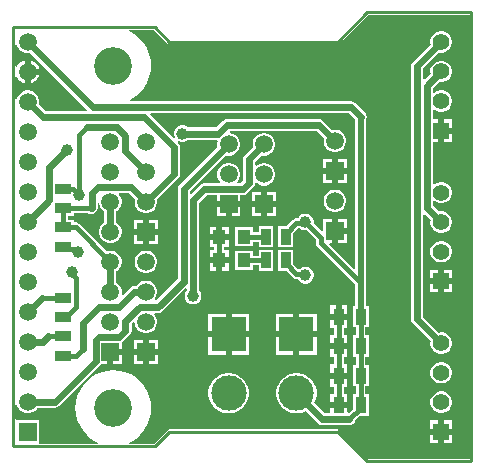
<source format=gtl>
G04*
G04 #@! TF.GenerationSoftware,Altium Limited,Altium Designer,24.0.1 (36)*
G04*
G04 Layer_Physical_Order=1*
G04 Layer_Color=255*
%FSLAX25Y25*%
%MOIN*%
G70*
G04*
G04 #@! TF.SameCoordinates,1973DDD8-50FA-473A-AABA-CD6713E7F6C3*
G04*
G04*
G04 #@! TF.FilePolarity,Positive*
G04*
G01*
G75*
%ADD13C,0.00984*%
%ADD14R,0.03740X0.05512*%
%ADD15R,0.05315X0.03347*%
%ADD16R,0.04331X0.04724*%
%ADD17R,0.03347X0.05315*%
%ADD28C,0.02362*%
%ADD29C,0.01673*%
%ADD30C,0.01575*%
%ADD31C,0.01870*%
%ADD32C,0.11811*%
%ADD33R,0.11811X0.11811*%
%ADD34C,0.05512*%
%ADD35R,0.05512X0.05512*%
%ADD36C,0.05906*%
%ADD37R,0.05906X0.05906*%
%ADD38C,0.12598*%
%ADD39C,0.03937*%
G36*
X152728Y-4118D02*
X117384D01*
X108498Y5467D01*
X108485Y5476D01*
X108476Y5489D01*
X108359Y5568D01*
X108244Y5651D01*
X108229Y5654D01*
X108216Y5663D01*
X108077Y5691D01*
X107939Y5723D01*
X107924Y5721D01*
X107909Y5724D01*
X52165D01*
X51858Y5663D01*
X51598Y5489D01*
X51598Y5489D01*
X46912Y803D01*
X38748D01*
X38650Y1293D01*
X39208Y1524D01*
X40900Y2561D01*
X42410Y3850D01*
X43699Y5360D01*
X44736Y7052D01*
X45495Y8886D01*
X45959Y10817D01*
X46115Y12795D01*
X45959Y14774D01*
X45495Y16704D01*
X44736Y18538D01*
X43699Y20231D01*
X42410Y21740D01*
X40900Y23029D01*
X39208Y24067D01*
X37374Y24826D01*
X35443Y25290D01*
X33465Y25445D01*
X31486Y25290D01*
X29555Y24826D01*
X27722Y24067D01*
X26029Y23029D01*
X24520Y21740D01*
X23231Y20231D01*
X22193Y18538D01*
X21434Y16704D01*
X20970Y14774D01*
X20814Y12795D01*
X20970Y10817D01*
X21434Y8886D01*
X22193Y7052D01*
X23231Y5360D01*
X24520Y3850D01*
X26029Y2561D01*
X27722Y1524D01*
X28279Y1293D01*
X28181Y803D01*
X8998D01*
X8674Y1169D01*
X8674Y1303D01*
Y8674D01*
X1303D01*
X1169Y8674D01*
X803Y8998D01*
Y13861D01*
X1303Y13927D01*
X1424Y13473D01*
X1918Y12617D01*
X2617Y11918D01*
X3473Y11424D01*
X4427Y11169D01*
X5415D01*
X6370Y11424D01*
X7226Y11918D01*
X7924Y12617D01*
X8089Y12901D01*
X13877D01*
X14650Y13055D01*
X15305Y13493D01*
X28975Y27162D01*
X29229Y27543D01*
X31480D01*
Y31496D01*
X32480D01*
Y32496D01*
X36433D01*
Y34804D01*
X36819Y35062D01*
X38919Y37162D01*
X39357Y37818D01*
X39511Y38591D01*
Y40837D01*
X40077Y41403D01*
X40539Y41211D01*
Y41002D01*
X40794Y40048D01*
X41288Y39192D01*
X41987Y38493D01*
X42843Y37999D01*
X43797Y37743D01*
X44785D01*
X45740Y37999D01*
X46596Y38493D01*
X47294Y39192D01*
X47788Y40048D01*
X48044Y41002D01*
Y41990D01*
X47788Y42945D01*
X47294Y43800D01*
X47086Y44009D01*
X47277Y44471D01*
X48391D01*
X49163Y44624D01*
X49819Y45062D01*
X57557Y52801D01*
X58020Y52610D01*
Y52092D01*
X57824Y51897D01*
X57459Y51265D01*
X57271Y50561D01*
Y49832D01*
X57459Y49128D01*
X57824Y48497D01*
X58340Y47982D01*
X58971Y47617D01*
X59675Y47428D01*
X60404D01*
X61108Y47617D01*
X61739Y47982D01*
X62255Y48497D01*
X62619Y49128D01*
X62808Y49832D01*
Y50561D01*
X62619Y51265D01*
X62255Y51897D01*
X62059Y52092D01*
Y81203D01*
X64527Y83671D01*
X67898D01*
Y81709D01*
X71850D01*
X75803D01*
Y83671D01*
X76591D01*
X77364Y83824D01*
X78019Y84262D01*
X80119Y86362D01*
X80557Y87018D01*
X80686Y87669D01*
X81159Y87904D01*
X81357Y87706D01*
X82213Y87212D01*
X83167Y86956D01*
X84155D01*
X85110Y87212D01*
X85966Y87706D01*
X86664Y88404D01*
X87158Y89260D01*
X87414Y90215D01*
Y91203D01*
X87158Y92157D01*
X86664Y93013D01*
X85966Y93712D01*
X85110Y94206D01*
X84155Y94461D01*
X83167D01*
X82213Y94206D01*
X81357Y93712D01*
X81172Y93527D01*
X80711Y93718D01*
Y94901D01*
X82850Y97041D01*
X83167Y96956D01*
X84155D01*
X85110Y97211D01*
X85966Y97706D01*
X86664Y98404D01*
X87158Y99260D01*
X87414Y100215D01*
Y101203D01*
X87158Y102157D01*
X86664Y103013D01*
X85966Y103711D01*
X85110Y104206D01*
X84155Y104461D01*
X83167D01*
X82213Y104206D01*
X81357Y103711D01*
X80658Y103013D01*
X80164Y102157D01*
X79909Y101203D01*
Y100215D01*
X79994Y99897D01*
X77262Y97166D01*
X76824Y96511D01*
X76671Y95738D01*
Y88627D01*
X75754Y87710D01*
X74813D01*
X74621Y88172D01*
X74853Y88404D01*
X75347Y89260D01*
X75603Y90215D01*
Y91203D01*
X75347Y92157D01*
X74853Y93013D01*
X74155Y93712D01*
X73299Y94206D01*
X72344Y94461D01*
X71356D01*
X70402Y94206D01*
X69546Y93712D01*
X68847Y93013D01*
X68353Y92157D01*
X68098Y91203D01*
Y90215D01*
X68353Y89260D01*
X68847Y88404D01*
X69079Y88172D01*
X68888Y87710D01*
X63691D01*
X62918Y87557D01*
X62262Y87119D01*
X59359Y84216D01*
X58897Y84407D01*
Y84899D01*
X71039Y97041D01*
X71356Y96956D01*
X72344D01*
X73299Y97211D01*
X74155Y97706D01*
X74853Y98404D01*
X75347Y99260D01*
X75603Y100215D01*
Y101203D01*
X75347Y102157D01*
X74853Y103013D01*
X74155Y103711D01*
X73299Y104206D01*
X72419Y104441D01*
X72278Y104675D01*
X72188Y104961D01*
X72350Y105171D01*
X101107D01*
X103616Y102662D01*
X103531Y102344D01*
Y101356D01*
X103787Y100402D01*
X104281Y99546D01*
X104979Y98847D01*
X105835Y98353D01*
X106790Y98098D01*
X107778D01*
X108732Y98353D01*
X109588Y98847D01*
X110286Y99546D01*
X110781Y100402D01*
X111036Y101356D01*
Y102344D01*
X110781Y103299D01*
X110286Y104155D01*
X109588Y104853D01*
X108732Y105347D01*
X107778Y105603D01*
X106790D01*
X106472Y105518D01*
X103372Y108619D01*
X102716Y109057D01*
X101943Y109211D01*
X71355D01*
X70582Y109057D01*
X69927Y108619D01*
X67646Y106338D01*
X58386D01*
X58190Y106534D01*
X57559Y106898D01*
X56855Y107087D01*
X56126D01*
X55422Y106898D01*
X54791Y106534D01*
X54275Y106018D01*
X53911Y105387D01*
X53722Y104683D01*
Y103954D01*
X53911Y103250D01*
X54068Y102976D01*
X53668Y102669D01*
X45729Y110609D01*
X45920Y111071D01*
X111854D01*
X114077Y108847D01*
Y59373D01*
X113616Y59181D01*
X105361Y67436D01*
X105553Y67898D01*
X106283D01*
Y71850D01*
Y75803D01*
X103331D01*
Y71926D01*
X102869Y71735D01*
X100200Y74404D01*
X100209Y74439D01*
Y75168D01*
X100021Y75872D01*
X99656Y76503D01*
X99141Y77018D01*
X98510Y77383D01*
X97805Y77572D01*
X97076D01*
X96372Y77383D01*
X95741Y77018D01*
X95226Y76503D01*
X94958Y76039D01*
X94350D01*
X93712Y75912D01*
X93170Y75550D01*
X90960Y73339D01*
X88373D01*
Y66425D01*
X93320D01*
Y70980D01*
X95042Y72701D01*
X95627D01*
X95741Y72588D01*
X96372Y72223D01*
X97076Y72035D01*
X97805D01*
X97840Y72044D01*
X101025Y68859D01*
Y67743D01*
X101153Y67104D01*
X101514Y66563D01*
X114077Y54000D01*
Y46863D01*
X113177D01*
Y39751D01*
X114228D01*
Y37020D01*
X113177D01*
Y29909D01*
X114228D01*
Y27178D01*
X113177D01*
Y20066D01*
X114228D01*
Y17335D01*
X113177D01*
Y12513D01*
X111933Y11269D01*
X111433Y11476D01*
Y12780D01*
X108563D01*
X105693D01*
Y11062D01*
X103999D01*
X100457Y14604D01*
X100936Y15761D01*
X101194Y17056D01*
Y18377D01*
X100936Y19672D01*
X100431Y20893D01*
X99697Y21991D01*
X98763Y22925D01*
X97664Y23659D01*
X96444Y24164D01*
X95149Y24422D01*
X93828D01*
X92532Y24164D01*
X91312Y23659D01*
X90214Y22925D01*
X89280Y21991D01*
X88546Y20893D01*
X88040Y19672D01*
X87783Y18377D01*
Y17056D01*
X88040Y15761D01*
X88546Y14540D01*
X89280Y13442D01*
X90214Y12508D01*
X91312Y11774D01*
X92532Y11269D01*
X93828Y11011D01*
X95149D01*
X96444Y11269D01*
X97600Y11748D01*
X101734Y7614D01*
X102389Y7176D01*
X103162Y7023D01*
X111995D01*
X112768Y7176D01*
X113424Y7614D01*
X113862Y8269D01*
X113949Y8707D01*
X115465Y10224D01*
X118517D01*
Y17335D01*
X117465D01*
Y20066D01*
X118517D01*
Y27178D01*
X117465D01*
Y29909D01*
X118517D01*
Y37020D01*
X117465D01*
Y39751D01*
X118517D01*
Y46863D01*
X117616D01*
Y54590D01*
Y109016D01*
X117713Y109162D01*
X117867Y109934D01*
X117713Y110707D01*
X117275Y111363D01*
X114119Y114519D01*
X113463Y114957D01*
X112691Y115111D01*
X39072D01*
X38975Y115601D01*
X39208Y115697D01*
X40900Y116735D01*
X42410Y118024D01*
X43699Y119533D01*
X44736Y121226D01*
X45495Y123059D01*
X45959Y124990D01*
X46115Y126969D01*
X45959Y128947D01*
X45495Y130878D01*
X44736Y132712D01*
X43699Y134404D01*
X42410Y135914D01*
X40900Y137203D01*
X39208Y138240D01*
X38650Y138471D01*
X38748Y138961D01*
X46912D01*
X51598Y134275D01*
X51858Y134101D01*
X52165Y134040D01*
X108268D01*
X108268Y134040D01*
X108575Y134101D01*
X108835Y134275D01*
X108835Y134275D01*
X118443Y143882D01*
X152728Y143882D01*
Y-4118D01*
D02*
G37*
G36*
X1424Y133473D02*
X1918Y132617D01*
X2617Y131918D01*
X3473Y131424D01*
X4427Y131169D01*
X5415D01*
X5733Y131254D01*
X24714Y112272D01*
X24522Y111811D01*
X10889D01*
X8589Y114110D01*
X8674Y114427D01*
Y115415D01*
X8418Y116370D01*
X7924Y117226D01*
X7226Y117924D01*
X6370Y118418D01*
X5415Y118674D01*
X4427D01*
X3473Y118418D01*
X2617Y117924D01*
X1918Y117226D01*
X1424Y116370D01*
X1303Y115916D01*
X803Y115982D01*
Y123162D01*
X1303Y123283D01*
X1758Y122494D01*
X2494Y121758D01*
X3396Y121238D01*
X3921Y121097D01*
Y124921D01*
Y128746D01*
X3396Y128605D01*
X2494Y128084D01*
X1758Y127348D01*
X1303Y126559D01*
X803Y126681D01*
Y133861D01*
X1303Y133926D01*
X1424Y133473D01*
D02*
G37*
G36*
X68257Y101798D02*
X68098Y101203D01*
Y100215D01*
X68183Y99897D01*
X55449Y87164D01*
X55011Y86508D01*
X54857Y85735D01*
Y55814D01*
X47728Y48685D01*
X47524Y48714D01*
X47380Y49014D01*
X47327Y49248D01*
X47788Y50048D01*
X48044Y51002D01*
Y51990D01*
X47788Y52945D01*
X47294Y53800D01*
X46596Y54499D01*
X45740Y54993D01*
X44785Y55249D01*
X43797D01*
X42843Y54993D01*
X41987Y54499D01*
X41288Y53800D01*
X41124Y53516D01*
X40491D01*
X39718Y53362D01*
X39062Y52924D01*
X36608Y50471D01*
X36160Y50729D01*
X36233Y51002D01*
Y51990D01*
X35977Y52944D01*
X35483Y53800D01*
X34785Y54499D01*
X34500Y54663D01*
Y58329D01*
X34785Y58493D01*
X35483Y59192D01*
X35977Y60047D01*
X36233Y61002D01*
Y61990D01*
X35977Y62945D01*
X35483Y63800D01*
X34785Y64499D01*
X33929Y64993D01*
X32974Y65249D01*
X31986D01*
X31277Y65059D01*
X22026Y74310D01*
X21485Y74672D01*
X20846Y74799D01*
X20190D01*
Y75603D01*
X18351D01*
Y76956D01*
X20190D01*
Y77760D01*
X24970D01*
X25265Y77563D01*
X26038Y77409D01*
X26811Y77563D01*
X27466Y78001D01*
X27641Y78175D01*
X28078Y78830D01*
X28232Y79603D01*
Y80991D01*
X28728Y81002D01*
X28983Y80047D01*
X29477Y79192D01*
X30176Y78493D01*
X30460Y78329D01*
Y74663D01*
X30176Y74499D01*
X29477Y73800D01*
X28983Y72944D01*
X28728Y71990D01*
Y71002D01*
X28983Y70047D01*
X29477Y69192D01*
X30176Y68493D01*
X31032Y67999D01*
X31986Y67743D01*
X32974D01*
X33929Y67999D01*
X34785Y68493D01*
X35483Y69192D01*
X35977Y70047D01*
X36233Y71002D01*
Y71990D01*
X35977Y72944D01*
X35483Y73800D01*
X34785Y74499D01*
X34500Y74663D01*
Y78329D01*
X34785Y78493D01*
X35483Y79192D01*
X35977Y80047D01*
X36233Y81002D01*
Y81990D01*
X35977Y82945D01*
X35483Y83800D01*
X35275Y84009D01*
X35466Y84471D01*
X38500D01*
X40624Y82346D01*
X40539Y82029D01*
Y81041D01*
X40794Y80087D01*
X41288Y79231D01*
X41987Y78532D01*
X42843Y78038D01*
X43797Y77783D01*
X44785D01*
X45740Y78038D01*
X46596Y78532D01*
X47294Y79231D01*
X47788Y80087D01*
X48044Y81041D01*
Y82029D01*
X47959Y82346D01*
X55119Y89506D01*
X55557Y90162D01*
X55711Y90935D01*
Y99791D01*
X55557Y100564D01*
X55119Y101219D01*
X54842Y101496D01*
X55149Y101896D01*
X55422Y101738D01*
X56126Y101550D01*
X56855D01*
X57559Y101738D01*
X58190Y102103D01*
X58386Y102298D01*
X67879D01*
X68257Y101798D01*
D02*
G37*
%LPC*%
G36*
X143185Y138399D02*
X142248D01*
X141344Y138156D01*
X140533Y137688D01*
X139871Y137026D01*
X139403Y136215D01*
X139161Y135311D01*
Y134374D01*
X139209Y134192D01*
X133262Y128245D01*
X132824Y127589D01*
X132671Y126817D01*
Y42475D01*
X132824Y41702D01*
X133262Y41047D01*
X139209Y35099D01*
X139161Y34917D01*
Y33981D01*
X139403Y33076D01*
X139871Y32265D01*
X140533Y31603D01*
X141344Y31135D01*
X142248Y30893D01*
X143185D01*
X144089Y31135D01*
X144900Y31603D01*
X145562Y32265D01*
X146030Y33076D01*
X146273Y33981D01*
Y34917D01*
X146030Y35821D01*
X145562Y36632D01*
X144900Y37294D01*
X144089Y37762D01*
X143185Y38005D01*
X142248D01*
X142066Y37956D01*
X136711Y43311D01*
Y77299D01*
X137172Y77491D01*
X139209Y75454D01*
X139161Y75271D01*
Y74335D01*
X139403Y73431D01*
X139871Y72620D01*
X140533Y71958D01*
X141344Y71490D01*
X142248Y71247D01*
X143185D01*
X144089Y71490D01*
X144900Y71958D01*
X145562Y72620D01*
X146030Y73431D01*
X146273Y74335D01*
Y75271D01*
X146030Y76176D01*
X145562Y76986D01*
X144900Y77649D01*
X144089Y78117D01*
X143185Y78359D01*
X142248D01*
X142066Y78310D01*
X139910Y80466D01*
Y81770D01*
X140372Y81961D01*
X140533Y81800D01*
X141344Y81332D01*
X142248Y81090D01*
X143185D01*
X144089Y81332D01*
X144900Y81800D01*
X145562Y82462D01*
X146030Y83273D01*
X146273Y84178D01*
Y85114D01*
X146030Y86018D01*
X145562Y86829D01*
X144900Y87491D01*
X144089Y87959D01*
X143185Y88202D01*
X142248D01*
X141344Y87959D01*
X140533Y87491D01*
X140372Y87330D01*
X139910Y87522D01*
Y101559D01*
X141717D01*
Y105315D01*
Y109071D01*
X139910D01*
Y112282D01*
X140372Y112473D01*
X140533Y112312D01*
X141344Y111844D01*
X142248Y111602D01*
X143185D01*
X144089Y111844D01*
X144900Y112312D01*
X145562Y112974D01*
X146030Y113785D01*
X146273Y114689D01*
Y115626D01*
X146030Y116530D01*
X145562Y117341D01*
X144900Y118003D01*
X144089Y118471D01*
X143185Y118713D01*
X142248D01*
X141344Y118471D01*
X140533Y118003D01*
X140372Y117842D01*
X139910Y118034D01*
Y119337D01*
X142066Y121493D01*
X142248Y121444D01*
X143185D01*
X144089Y121686D01*
X144900Y122154D01*
X145562Y122817D01*
X146030Y123627D01*
X146273Y124532D01*
Y125468D01*
X146030Y126373D01*
X145562Y127183D01*
X144900Y127845D01*
X144089Y128314D01*
X143185Y128556D01*
X142248D01*
X141344Y128314D01*
X140533Y127845D01*
X139871Y127183D01*
X139403Y126373D01*
X139161Y125468D01*
Y124532D01*
X139209Y124349D01*
X137172Y122312D01*
X136711Y122504D01*
Y125980D01*
X142066Y131335D01*
X142248Y131287D01*
X143185D01*
X144089Y131529D01*
X144900Y131997D01*
X145562Y132659D01*
X146030Y133470D01*
X146273Y134374D01*
Y135311D01*
X146030Y136215D01*
X145562Y137026D01*
X144900Y137688D01*
X144089Y138156D01*
X143185Y138399D01*
D02*
G37*
G36*
X146473Y109071D02*
X143717D01*
Y106315D01*
X146473D01*
Y109071D01*
D02*
G37*
G36*
Y104315D02*
X143717D01*
Y101559D01*
X146473D01*
Y104315D01*
D02*
G37*
G36*
X111236Y95803D02*
X108283D01*
Y92850D01*
X111236D01*
Y95803D01*
D02*
G37*
G36*
X106283D02*
X103331D01*
Y92850D01*
X106283D01*
Y95803D01*
D02*
G37*
G36*
X111236Y90850D02*
X108283D01*
Y87898D01*
X111236D01*
Y90850D01*
D02*
G37*
G36*
X106283D02*
X103331D01*
Y87898D01*
X106283D01*
Y90850D01*
D02*
G37*
G36*
X87614Y84661D02*
X84661D01*
Y81709D01*
X87614D01*
Y84661D01*
D02*
G37*
G36*
X82661D02*
X79709D01*
Y81709D01*
X82661D01*
Y84661D01*
D02*
G37*
G36*
X107778Y85603D02*
X106790D01*
X105835Y85347D01*
X104979Y84853D01*
X104281Y84155D01*
X103787Y83299D01*
X103531Y82344D01*
Y81356D01*
X103787Y80402D01*
X104281Y79546D01*
X104979Y78847D01*
X105835Y78353D01*
X106790Y78098D01*
X107778D01*
X108732Y78353D01*
X109588Y78847D01*
X110286Y79546D01*
X110781Y80402D01*
X111036Y81356D01*
Y82344D01*
X110781Y83299D01*
X110286Y84155D01*
X109588Y84853D01*
X108732Y85347D01*
X107778Y85603D01*
D02*
G37*
G36*
X87614Y79709D02*
X84661D01*
Y76756D01*
X87614D01*
Y79709D01*
D02*
G37*
G36*
X82661D02*
X79709D01*
Y76756D01*
X82661D01*
Y79709D01*
D02*
G37*
G36*
X75803D02*
X72850D01*
Y76756D01*
X75803D01*
Y79709D01*
D02*
G37*
G36*
X70850D02*
X67898D01*
Y76756D01*
X70850D01*
Y79709D01*
D02*
G37*
G36*
X111236Y75803D02*
X108283D01*
Y72850D01*
X111236D01*
Y75803D01*
D02*
G37*
G36*
X86824Y73339D02*
X81877D01*
Y71500D01*
X79934D01*
Y73044D01*
X74003D01*
Y66720D01*
X79934D01*
Y68264D01*
X81877D01*
Y66425D01*
X86824D01*
Y73339D01*
D02*
G37*
G36*
X71866Y73244D02*
X69701D01*
Y70882D01*
X71866D01*
Y73244D01*
D02*
G37*
G36*
X67701D02*
X65535D01*
Y70882D01*
X67701D01*
Y73244D01*
D02*
G37*
G36*
X111236Y70850D02*
X108283D01*
Y67898D01*
X111236D01*
Y70850D01*
D02*
G37*
G36*
X86824Y65465D02*
X81877D01*
Y63626D01*
X79934D01*
Y65170D01*
X74003D01*
Y58846D01*
X79934D01*
Y60389D01*
X81877D01*
Y58551D01*
X86824D01*
Y65465D01*
D02*
G37*
G36*
X71866Y68882D02*
X68701D01*
X65535D01*
Y66520D01*
X67082D01*
Y65370D01*
X65535D01*
Y63008D01*
X68701D01*
X71866D01*
Y65370D01*
X70319D01*
Y66520D01*
X71866D01*
Y68882D01*
D02*
G37*
G36*
X143185Y68516D02*
X142248D01*
X141344Y68274D01*
X140533Y67806D01*
X139871Y67144D01*
X139403Y66333D01*
X139161Y65429D01*
Y64492D01*
X139403Y63588D01*
X139871Y62777D01*
X140533Y62115D01*
X141344Y61647D01*
X142248Y61405D01*
X143185D01*
X144089Y61647D01*
X144900Y62115D01*
X145562Y62777D01*
X146030Y63588D01*
X146273Y64492D01*
Y65429D01*
X146030Y66333D01*
X145562Y67144D01*
X144900Y67806D01*
X144089Y68274D01*
X143185Y68516D01*
D02*
G37*
G36*
X71866Y61008D02*
X69701D01*
Y58646D01*
X71866D01*
Y61008D01*
D02*
G37*
G36*
X67701D02*
X65535D01*
Y58646D01*
X67701D01*
Y61008D01*
D02*
G37*
G36*
X146473Y58874D02*
X143717D01*
Y56118D01*
X146473D01*
Y58874D01*
D02*
G37*
G36*
X141717D02*
X138961D01*
Y56118D01*
X141717D01*
Y58874D01*
D02*
G37*
G36*
X93320Y65465D02*
X88373D01*
Y58551D01*
X90960D01*
X93171Y56340D01*
X93712Y55978D01*
X94350Y55851D01*
X94958D01*
X95226Y55387D01*
X95741Y54871D01*
X96372Y54507D01*
X97076Y54318D01*
X97805D01*
X98510Y54507D01*
X99141Y54871D01*
X99656Y55387D01*
X100021Y56018D01*
X100209Y56722D01*
Y57451D01*
X100021Y58155D01*
X99656Y58786D01*
X99141Y59302D01*
X98510Y59666D01*
X97805Y59855D01*
X97076D01*
X96372Y59666D01*
X95741Y59302D01*
X95627Y59188D01*
X95042D01*
X93320Y60910D01*
Y65465D01*
D02*
G37*
G36*
X146473Y54118D02*
X143717D01*
Y51362D01*
X146473D01*
Y54118D01*
D02*
G37*
G36*
X141717D02*
X138961D01*
Y51362D01*
X141717D01*
Y54118D01*
D02*
G37*
G36*
X111433Y47063D02*
X109563D01*
Y44307D01*
X111433D01*
Y47063D01*
D02*
G37*
G36*
X107563D02*
X105693D01*
Y44307D01*
X107563D01*
Y47063D01*
D02*
G37*
G36*
X101394Y44307D02*
X95488D01*
Y38401D01*
X101394D01*
Y44307D01*
D02*
G37*
G36*
X78756D02*
X72850D01*
Y38401D01*
X78756D01*
Y44307D01*
D02*
G37*
G36*
X93488D02*
X87583D01*
Y38401D01*
X93488D01*
Y44307D01*
D02*
G37*
G36*
X70850D02*
X64945D01*
Y38401D01*
X70850D01*
Y44307D01*
D02*
G37*
G36*
X111433Y42307D02*
X108563D01*
X105693D01*
Y39551D01*
X106945D01*
Y37220D01*
X105693D01*
Y34465D01*
X108563D01*
X111433D01*
Y37220D01*
X110181D01*
Y39551D01*
X111433D01*
Y42307D01*
D02*
G37*
G36*
X48244Y35449D02*
X45291D01*
Y32496D01*
X48244D01*
Y35449D01*
D02*
G37*
G36*
X43291D02*
X40339D01*
Y32496D01*
X43291D01*
Y35449D01*
D02*
G37*
G36*
X101394Y36402D02*
X95488D01*
Y30496D01*
X101394D01*
Y36402D01*
D02*
G37*
G36*
X93488D02*
X87583D01*
Y30496D01*
X93488D01*
Y36402D01*
D02*
G37*
G36*
X78756D02*
X72850D01*
Y30496D01*
X78756D01*
Y36402D01*
D02*
G37*
G36*
X70850D02*
X64945D01*
Y30496D01*
X70850D01*
Y36402D01*
D02*
G37*
G36*
X48244Y30496D02*
X45291D01*
Y27543D01*
X48244D01*
Y30496D01*
D02*
G37*
G36*
X43291D02*
X40339D01*
Y27543D01*
X43291D01*
Y30496D01*
D02*
G37*
G36*
X36433Y30496D02*
X33480D01*
Y27543D01*
X36433D01*
Y30496D01*
D02*
G37*
G36*
X111433Y32465D02*
X108563D01*
X105693D01*
Y29709D01*
X106945D01*
Y27378D01*
X105693D01*
Y24622D01*
X108563D01*
X111433D01*
Y27378D01*
X110181D01*
Y29709D01*
X111433D01*
Y32465D01*
D02*
G37*
G36*
X143185Y28162D02*
X142248D01*
X141344Y27920D01*
X140533Y27452D01*
X139871Y26790D01*
X139403Y25979D01*
X139161Y25074D01*
Y24138D01*
X139403Y23234D01*
X139871Y22423D01*
X140533Y21761D01*
X141344Y21293D01*
X142248Y21050D01*
X143185D01*
X144089Y21293D01*
X144900Y21761D01*
X145562Y22423D01*
X146030Y23234D01*
X146273Y24138D01*
Y25074D01*
X146030Y25979D01*
X145562Y26790D01*
X144900Y27452D01*
X144089Y27920D01*
X143185Y28162D01*
D02*
G37*
G36*
X111433Y22622D02*
X108563D01*
X105693D01*
Y19866D01*
X106945D01*
Y17536D01*
X105693D01*
Y14780D01*
X108563D01*
X111433D01*
Y17536D01*
X110181D01*
Y19866D01*
X111433D01*
Y22622D01*
D02*
G37*
G36*
X143185Y18320D02*
X142248D01*
X141344Y18077D01*
X140533Y17609D01*
X139871Y16947D01*
X139403Y16136D01*
X139161Y15232D01*
Y14296D01*
X139403Y13391D01*
X139871Y12580D01*
X140533Y11918D01*
X141344Y11450D01*
X142248Y11208D01*
X143185D01*
X144089Y11450D01*
X144900Y11918D01*
X145562Y12580D01*
X146030Y13391D01*
X146273Y14296D01*
Y15232D01*
X146030Y16136D01*
X145562Y16947D01*
X144900Y17609D01*
X144089Y18077D01*
X143185Y18320D01*
D02*
G37*
G36*
X72511Y24422D02*
X71190D01*
X69894Y24164D01*
X68674Y23659D01*
X67576Y22925D01*
X66642Y21991D01*
X65908Y20893D01*
X65403Y19672D01*
X65145Y18377D01*
Y17056D01*
X65403Y15761D01*
X65908Y14540D01*
X66642Y13442D01*
X67576Y12508D01*
X68674Y11774D01*
X69894Y11269D01*
X71190Y11011D01*
X72511D01*
X73806Y11269D01*
X75027Y11774D01*
X76125Y12508D01*
X77059Y13442D01*
X77793Y14540D01*
X78298Y15761D01*
X78556Y17056D01*
Y18377D01*
X78298Y19672D01*
X77793Y20893D01*
X77059Y21991D01*
X76125Y22925D01*
X75027Y23659D01*
X73806Y24164D01*
X72511Y24422D01*
D02*
G37*
G36*
X146473Y8677D02*
X143717D01*
Y5921D01*
X146473D01*
Y8677D01*
D02*
G37*
G36*
X141717D02*
X138961D01*
Y5921D01*
X141717D01*
Y8677D01*
D02*
G37*
G36*
X146473Y3921D02*
X143717D01*
Y1165D01*
X146473D01*
Y3921D01*
D02*
G37*
G36*
X141717D02*
X138961D01*
Y1165D01*
X141717D01*
Y3921D01*
D02*
G37*
G36*
X5921Y128746D02*
Y125921D01*
X8746D01*
X8605Y126447D01*
X8084Y127348D01*
X7348Y128084D01*
X6447Y128605D01*
X5921Y128746D01*
D02*
G37*
G36*
X8746Y123921D02*
X5921D01*
Y121097D01*
X6447Y121238D01*
X7348Y121758D01*
X8084Y122494D01*
X8605Y123396D01*
X8746Y123921D01*
D02*
G37*
G36*
X48244Y75488D02*
X45291D01*
Y72535D01*
X48244D01*
Y75488D01*
D02*
G37*
G36*
X43291D02*
X40339D01*
Y72535D01*
X43291D01*
Y75488D01*
D02*
G37*
G36*
X48244Y70535D02*
X45291D01*
Y67583D01*
X48244D01*
Y70535D01*
D02*
G37*
G36*
X43291D02*
X40339D01*
Y67583D01*
X43291D01*
Y70535D01*
D02*
G37*
G36*
X44785Y65249D02*
X43797D01*
X42843Y64993D01*
X41987Y64499D01*
X41288Y63800D01*
X40794Y62945D01*
X40539Y61990D01*
Y61002D01*
X40794Y60048D01*
X41288Y59192D01*
X41987Y58493D01*
X42843Y57999D01*
X43797Y57743D01*
X44785D01*
X45740Y57999D01*
X46596Y58493D01*
X47294Y59192D01*
X47788Y60048D01*
X48044Y61002D01*
Y61990D01*
X47788Y62945D01*
X47294Y63800D01*
X46596Y64499D01*
X45740Y64993D01*
X44785Y65249D01*
D02*
G37*
%LPD*%
D13*
X152559Y-4921D02*
Y144685D01*
X0Y0D02*
Y139764D01*
Y0D02*
X47244D01*
X52165Y4921D01*
X108268D01*
X118110Y-4921D01*
X152559D01*
X118110Y144685D02*
X152559D01*
X108268Y134843D02*
X118110Y144685D01*
X52165Y134843D02*
X108268D01*
X47244Y139764D02*
X52165Y134843D01*
X0Y139764D02*
X47244D01*
D14*
X108563Y43307D02*
D03*
X115847D02*
D03*
X108563Y33465D02*
D03*
X115847D02*
D03*
X108563Y23622D02*
D03*
X115847D02*
D03*
X108563Y13780D02*
D03*
X115847D02*
D03*
D15*
X16732Y43012D02*
D03*
Y49508D02*
D03*
Y30217D02*
D03*
Y36713D02*
D03*
Y85925D02*
D03*
Y79429D02*
D03*
Y66634D02*
D03*
Y73130D02*
D03*
D16*
X76969Y62008D02*
D03*
X68701D02*
D03*
X76969Y69882D02*
D03*
X68701D02*
D03*
D17*
X90847Y62008D02*
D03*
X84350D02*
D03*
X90847Y69882D02*
D03*
X84350D02*
D03*
D28*
X71355Y107191D02*
X101943D01*
X68482Y104318D02*
X71355Y107191D01*
X56490Y104318D02*
X68482D01*
X56877Y54977D02*
Y85735D01*
X48391Y46491D02*
X56877Y54977D01*
X60039Y50197D02*
Y82039D01*
X63691Y85690D01*
X56877Y85735D02*
X71850Y100709D01*
X103162Y9042D02*
X111995D01*
X94488Y17717D02*
X103162Y9042D01*
X4921Y114921D02*
X10052Y109791D01*
X43691D01*
X53690Y99791D01*
Y90935D02*
Y99791D01*
X44291Y81535D02*
X53690Y90935D01*
X42308Y46491D02*
X48391D01*
X37491Y41673D02*
X42308Y46491D01*
X37491Y38591D02*
Y41673D01*
X35391Y36491D02*
X37491Y38591D01*
X28591Y36491D02*
X35391D01*
X27546Y35446D02*
X28591Y36491D01*
X27546Y28591D02*
Y35446D01*
X13877Y14921D02*
X27546Y28591D01*
X4921Y14921D02*
X13877D01*
X24590Y106491D02*
X34591D01*
X37491Y103591D01*
Y98336D02*
Y103591D01*
Y98336D02*
X44291Y91535D01*
X134691Y42475D02*
X142717Y34449D01*
X134691Y42475D02*
Y126817D01*
X142717Y134843D01*
X101943Y107191D02*
X107283Y101850D01*
X12091Y92990D02*
X17990Y98891D01*
X12091Y82091D02*
Y92990D01*
X4921Y74921D02*
X12091Y82091D01*
X4921Y44921D02*
X9508Y49508D01*
X112691Y113091D02*
X115847Y109934D01*
X26752Y113091D02*
X112691D01*
X4921Y134921D02*
X26752Y113091D01*
X23381Y32591D02*
Y41281D01*
X28591Y46491D01*
X35485D01*
X40491Y51496D01*
X44291D01*
X26038Y79429D02*
X26212Y79603D01*
Y84512D01*
X28191Y86490D01*
X39336D01*
X44291Y81535D01*
X78690Y95738D02*
X83661Y100709D01*
X78690Y87791D02*
Y95738D01*
X76591Y85690D02*
X78690Y87791D01*
X63691Y85690D02*
X76591D01*
X137891Y120174D02*
X142717Y125000D01*
X137891Y79629D02*
Y120174D01*
Y79629D02*
X142717Y74803D01*
X32480Y51496D02*
Y61496D01*
X9891Y34921D02*
X11682Y36713D01*
X4921Y34921D02*
X9891D01*
X32480Y71496D02*
Y81496D01*
D29*
X90847Y61024D02*
Y62008D01*
Y61024D02*
X94350Y57520D01*
X97008D01*
X97441Y57087D01*
X97008Y74370D02*
X97441Y74803D01*
X94350Y74370D02*
X97008D01*
X90847Y69882D02*
Y70866D01*
X94350Y74370D01*
X97441Y74803D02*
X102694Y69550D01*
Y67743D02*
Y69550D01*
Y67743D02*
X115847Y54590D01*
X19685Y57458D02*
Y58071D01*
X17717Y43012D02*
X21026Y46322D01*
X19685Y57458D02*
X21026Y56117D01*
X16732Y43012D02*
X17717D01*
X21026Y46322D02*
Y56117D01*
X20204Y65797D02*
X21041Y64961D01*
X17569Y65797D02*
X20204D01*
X21041Y64961D02*
X21654D01*
X16732Y66634D02*
X17569Y65797D01*
X16732Y73130D02*
X20846D01*
X32480Y61496D01*
X19891Y85925D02*
X21891Y83925D01*
Y103791D01*
X24590Y106491D01*
X9508Y49508D02*
X16732D01*
Y30217D02*
X21007D01*
X23381Y32591D01*
X16732Y85925D02*
X19891D01*
X16732Y79429D02*
X26038D01*
D30*
X115847Y12894D02*
Y13780D01*
X111995Y9042D02*
X115847Y12894D01*
Y13780D02*
Y23622D01*
X108563Y13780D02*
Y23622D01*
X16732Y73130D02*
Y79429D01*
X108563Y33465D02*
Y43307D01*
X68701Y62008D02*
Y69882D01*
X108563Y23622D02*
Y33465D01*
X11682Y36713D02*
X16732D01*
X115847Y33465D02*
Y43307D01*
Y23622D02*
Y33465D01*
X76969Y62008D02*
X84350D01*
X76969Y69882D02*
X84350D01*
D31*
X115847Y54590D02*
Y109934D01*
Y43307D02*
Y54590D01*
D32*
X94488Y17717D02*
D03*
X71850D02*
D03*
D33*
X94488Y37402D02*
D03*
X71850D02*
D03*
D34*
X142717Y125000D02*
D03*
Y115157D02*
D03*
Y134843D02*
D03*
Y74803D02*
D03*
Y64961D02*
D03*
Y84646D02*
D03*
Y24606D02*
D03*
Y14764D02*
D03*
Y34449D02*
D03*
D35*
Y105315D02*
D03*
Y55118D02*
D03*
Y4921D02*
D03*
D36*
X71850Y100709D02*
D03*
Y90709D02*
D03*
X44291Y81535D02*
D03*
Y91535D02*
D03*
Y101535D02*
D03*
X83661Y100709D02*
D03*
Y90709D02*
D03*
X107283Y101850D02*
D03*
Y81850D02*
D03*
X44291Y61496D02*
D03*
Y51496D02*
D03*
Y41496D02*
D03*
X32480Y41496D02*
D03*
Y51496D02*
D03*
Y61496D02*
D03*
Y71496D02*
D03*
Y81496D02*
D03*
Y91496D02*
D03*
Y101496D02*
D03*
X4921Y134921D02*
D03*
Y124921D02*
D03*
Y114921D02*
D03*
Y104921D02*
D03*
Y94921D02*
D03*
Y84921D02*
D03*
Y74921D02*
D03*
Y64921D02*
D03*
Y54921D02*
D03*
Y44921D02*
D03*
Y34921D02*
D03*
Y24921D02*
D03*
Y14921D02*
D03*
D37*
X71850Y80709D02*
D03*
X44291Y71535D02*
D03*
X83661Y80709D02*
D03*
X107283Y91850D02*
D03*
Y71850D02*
D03*
X44291Y31496D02*
D03*
X32480Y31496D02*
D03*
X4921Y4921D02*
D03*
D38*
X33465Y12795D02*
D03*
Y126969D02*
D03*
D39*
X148622Y95472D02*
D03*
X133858Y136811D02*
D03*
X130905Y130905D02*
D03*
Y36417D02*
D03*
Y24606D02*
D03*
Y12795D02*
D03*
X133858Y6890D02*
D03*
X130905Y984D02*
D03*
X127953Y136811D02*
D03*
X125000Y130905D02*
D03*
X127953Y125000D02*
D03*
X125000Y83661D02*
D03*
X127953Y77756D02*
D03*
X125000Y48228D02*
D03*
X127953Y42323D02*
D03*
X125000Y36417D02*
D03*
X127953Y30512D02*
D03*
X125000Y24606D02*
D03*
X127953Y18701D02*
D03*
X125000Y12795D02*
D03*
X127953Y6890D02*
D03*
X125000Y984D02*
D03*
X122047Y136811D02*
D03*
X119094Y130905D02*
D03*
X122047Y125000D02*
D03*
Y77756D02*
D03*
Y42323D02*
D03*
Y30512D02*
D03*
Y18701D02*
D03*
Y6890D02*
D03*
X119094Y984D02*
D03*
X116142Y136811D02*
D03*
X113189Y130905D02*
D03*
X116142Y125000D02*
D03*
X107283Y130905D02*
D03*
X110236Y125000D02*
D03*
X101378Y130905D02*
D03*
X104331Y125000D02*
D03*
X101378Y48228D02*
D03*
Y24606D02*
D03*
X95472Y130905D02*
D03*
X98425Y125000D02*
D03*
X95472Y83661D02*
D03*
Y48228D02*
D03*
X89567Y130905D02*
D03*
X92520Y125000D02*
D03*
X89567Y48228D02*
D03*
X83661Y130905D02*
D03*
X86614Y125000D02*
D03*
Y54134D02*
D03*
X83661Y48228D02*
D03*
Y36417D02*
D03*
Y24606D02*
D03*
X77756Y130905D02*
D03*
X80709Y125000D02*
D03*
Y54134D02*
D03*
X77756Y48228D02*
D03*
X71850Y130905D02*
D03*
X74803Y125000D02*
D03*
Y54134D02*
D03*
X71850Y48228D02*
D03*
X65945Y130905D02*
D03*
X68898Y125000D02*
D03*
Y54134D02*
D03*
X65945Y48228D02*
D03*
X60039Y130905D02*
D03*
X62992Y125000D02*
D03*
X60039Y119094D02*
D03*
Y36417D02*
D03*
Y24606D02*
D03*
Y12795D02*
D03*
X54134Y130905D02*
D03*
X57087Y125000D02*
D03*
X54134Y119094D02*
D03*
Y36417D02*
D03*
X57087Y30512D02*
D03*
X54134Y24606D02*
D03*
X57087Y18701D02*
D03*
X54134Y12795D02*
D03*
X51181Y125000D02*
D03*
X48228Y119094D02*
D03*
X51181Y18701D02*
D03*
X12795Y119094D02*
D03*
X15748Y6890D02*
D03*
X56490Y104318D02*
D03*
X60039Y50197D02*
D03*
X97441Y57087D02*
D03*
Y74803D02*
D03*
X19685Y58071D02*
D03*
X21654Y64961D02*
D03*
X17990Y98891D02*
D03*
X21891Y83925D02*
D03*
M02*

</source>
